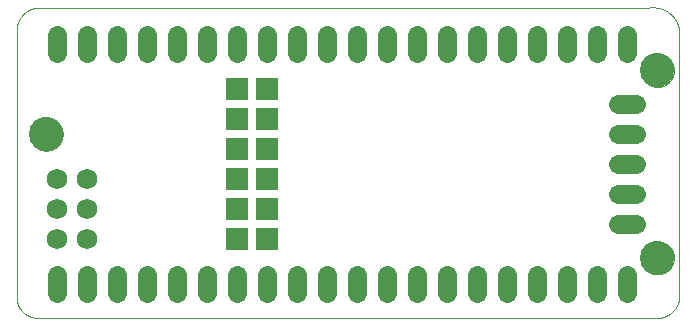
<source format=gbs>
G75*
%MOIN*%
%OFA0B0*%
%FSLAX25Y25*%
%IPPOS*%
%LPD*%
%AMOC8*
5,1,8,0,0,1.08239X$1,22.5*
%
%ADD10C,0.00039*%
%ADD11C,0.00000*%
%ADD12C,0.11424*%
%ADD13C,0.06400*%
%ADD14C,0.06800*%
%ADD15R,0.07400X0.07400*%
D10*
X0008864Y0047693D02*
X0213274Y0047693D01*
X0213458Y0047665D01*
X0213643Y0047641D01*
X0213828Y0047622D01*
X0214014Y0047608D01*
X0214200Y0047598D01*
X0214386Y0047592D01*
X0214573Y0047591D01*
X0214759Y0047595D01*
X0214945Y0047603D01*
X0215131Y0047615D01*
X0215317Y0047632D01*
X0215502Y0047653D01*
X0215686Y0047679D01*
X0215870Y0047709D01*
X0216053Y0047744D01*
X0216235Y0047783D01*
X0216416Y0047827D01*
X0216596Y0047875D01*
X0216775Y0047927D01*
X0216953Y0047984D01*
X0217129Y0048044D01*
X0217304Y0048109D01*
X0217476Y0048179D01*
X0217648Y0048252D01*
X0217817Y0048330D01*
X0217985Y0048411D01*
X0218150Y0048497D01*
X0218313Y0048587D01*
X0218475Y0048680D01*
X0218633Y0048777D01*
X0218790Y0048879D01*
X0218944Y0048984D01*
X0219095Y0049092D01*
X0219244Y0049205D01*
X0219390Y0049320D01*
X0219533Y0049440D01*
X0219673Y0049562D01*
X0219810Y0049689D01*
X0219944Y0049818D01*
X0220075Y0049950D01*
X0220203Y0050086D01*
X0220327Y0050225D01*
X0220448Y0050367D01*
X0220566Y0050511D01*
X0220680Y0050659D01*
X0220790Y0050809D01*
X0220897Y0050961D01*
X0221000Y0051117D01*
X0221099Y0051274D01*
X0221194Y0051434D01*
X0221286Y0051597D01*
X0221373Y0051761D01*
X0221457Y0051928D01*
X0221536Y0052096D01*
X0221612Y0052267D01*
X0221683Y0052439D01*
X0221750Y0052613D01*
X0221813Y0052788D01*
X0221872Y0052965D01*
X0221926Y0053143D01*
X0221976Y0053323D01*
X0222021Y0053503D01*
X0222063Y0053685D01*
X0222100Y0053868D01*
X0222132Y0054051D01*
X0222132Y0143510D01*
X0222099Y0143724D01*
X0222062Y0143937D01*
X0222018Y0144148D01*
X0221970Y0144359D01*
X0221917Y0144569D01*
X0221859Y0144777D01*
X0221795Y0144984D01*
X0221727Y0145189D01*
X0221654Y0145392D01*
X0221576Y0145594D01*
X0221493Y0145793D01*
X0221405Y0145991D01*
X0221312Y0146186D01*
X0221215Y0146379D01*
X0221113Y0146570D01*
X0221007Y0146758D01*
X0220896Y0146944D01*
X0220781Y0147126D01*
X0220661Y0147306D01*
X0220537Y0147483D01*
X0220408Y0147657D01*
X0220276Y0147828D01*
X0220139Y0147996D01*
X0219999Y0148160D01*
X0219854Y0148321D01*
X0219706Y0148478D01*
X0219554Y0148632D01*
X0219398Y0148781D01*
X0219238Y0148928D01*
X0219076Y0149070D01*
X0218909Y0149208D01*
X0218740Y0149342D01*
X0218567Y0149472D01*
X0218391Y0149598D01*
X0218212Y0149719D01*
X0218031Y0149837D01*
X0217846Y0149949D01*
X0217659Y0150058D01*
X0217469Y0150161D01*
X0217277Y0150260D01*
X0217083Y0150355D01*
X0216886Y0150444D01*
X0216687Y0150529D01*
X0216487Y0150609D01*
X0216284Y0150684D01*
X0216079Y0150755D01*
X0215873Y0150820D01*
X0215666Y0150880D01*
X0215457Y0150936D01*
X0215246Y0150986D01*
X0215035Y0151031D01*
X0214823Y0151071D01*
X0214609Y0151106D01*
X0214395Y0151135D01*
X0214180Y0151160D01*
X0213965Y0151179D01*
X0213749Y0151193D01*
X0213533Y0151202D01*
X0213317Y0151206D01*
X0213101Y0151204D01*
X0212885Y0151198D01*
X0212669Y0151186D01*
X0212453Y0151168D01*
X0212238Y0151146D01*
X0212024Y0151118D01*
X0008864Y0151118D01*
X0008680Y0151116D01*
X0008496Y0151109D01*
X0008313Y0151098D01*
X0008130Y0151082D01*
X0007947Y0151063D01*
X0007765Y0151038D01*
X0007583Y0151009D01*
X0007402Y0150976D01*
X0007222Y0150939D01*
X0007043Y0150897D01*
X0006865Y0150851D01*
X0006689Y0150800D01*
X0006513Y0150746D01*
X0006339Y0150687D01*
X0006166Y0150624D01*
X0005995Y0150556D01*
X0005826Y0150485D01*
X0005658Y0150410D01*
X0005492Y0150330D01*
X0005328Y0150247D01*
X0005167Y0150159D01*
X0005007Y0150068D01*
X0004850Y0149973D01*
X0004695Y0149874D01*
X0004542Y0149771D01*
X0004392Y0149665D01*
X0004245Y0149555D01*
X0004100Y0149442D01*
X0003958Y0149325D01*
X0003819Y0149205D01*
X0003683Y0149081D01*
X0003550Y0148954D01*
X0003420Y0148824D01*
X0003293Y0148691D01*
X0003169Y0148555D01*
X0003049Y0148416D01*
X0002932Y0148274D01*
X0002819Y0148129D01*
X0002709Y0147982D01*
X0002603Y0147832D01*
X0002500Y0147679D01*
X0002401Y0147524D01*
X0002306Y0147367D01*
X0002215Y0147207D01*
X0002127Y0147046D01*
X0002044Y0146882D01*
X0001964Y0146716D01*
X0001889Y0146548D01*
X0001818Y0146379D01*
X0001750Y0146208D01*
X0001687Y0146035D01*
X0001628Y0145861D01*
X0001574Y0145685D01*
X0001523Y0145509D01*
X0001477Y0145331D01*
X0001435Y0145152D01*
X0001398Y0144972D01*
X0001365Y0144791D01*
X0001336Y0144609D01*
X0001311Y0144427D01*
X0001292Y0144244D01*
X0001276Y0144061D01*
X0001265Y0143878D01*
X0001258Y0143694D01*
X0001256Y0143510D01*
X0001256Y0054051D01*
X0001273Y0053880D01*
X0001295Y0053709D01*
X0001321Y0053539D01*
X0001351Y0053370D01*
X0001385Y0053201D01*
X0001423Y0053033D01*
X0001466Y0052866D01*
X0001512Y0052701D01*
X0001563Y0052536D01*
X0001617Y0052373D01*
X0001676Y0052211D01*
X0001738Y0052051D01*
X0001804Y0051892D01*
X0001875Y0051735D01*
X0001949Y0051580D01*
X0002027Y0051426D01*
X0002108Y0051275D01*
X0002194Y0051125D01*
X0002283Y0050978D01*
X0002375Y0050833D01*
X0002471Y0050690D01*
X0002571Y0050550D01*
X0002674Y0050412D01*
X0002780Y0050277D01*
X0002890Y0050144D01*
X0003002Y0050014D01*
X0003118Y0049887D01*
X0003237Y0049763D01*
X0003360Y0049642D01*
X0003485Y0049523D01*
X0003612Y0049408D01*
X0003743Y0049296D01*
X0003877Y0049188D01*
X0004013Y0049082D01*
X0004151Y0048980D01*
X0004292Y0048882D01*
X0004435Y0048786D01*
X0004581Y0048695D01*
X0004729Y0048607D01*
X0004879Y0048523D01*
X0005031Y0048442D01*
X0005185Y0048365D01*
X0005341Y0048292D01*
X0005498Y0048223D01*
X0005658Y0048158D01*
X0005818Y0048096D01*
X0005981Y0048039D01*
X0006144Y0047985D01*
X0006309Y0047936D01*
X0006475Y0047891D01*
X0006642Y0047849D01*
X0006810Y0047812D01*
X0006979Y0047779D01*
X0007149Y0047750D01*
X0007319Y0047726D01*
X0007490Y0047705D01*
X0007661Y0047689D01*
X0007833Y0047677D01*
X0008004Y0047669D01*
X0008177Y0047665D01*
X0008349Y0047666D01*
X0008521Y0047671D01*
X0008692Y0047680D01*
X0008864Y0047693D01*
D11*
X0005588Y0108933D02*
X0005590Y0109081D01*
X0005596Y0109229D01*
X0005606Y0109377D01*
X0005620Y0109524D01*
X0005638Y0109671D01*
X0005659Y0109817D01*
X0005685Y0109963D01*
X0005715Y0110108D01*
X0005748Y0110252D01*
X0005786Y0110395D01*
X0005827Y0110537D01*
X0005872Y0110678D01*
X0005920Y0110818D01*
X0005973Y0110957D01*
X0006029Y0111094D01*
X0006089Y0111229D01*
X0006152Y0111363D01*
X0006219Y0111495D01*
X0006290Y0111625D01*
X0006364Y0111753D01*
X0006441Y0111879D01*
X0006522Y0112003D01*
X0006606Y0112125D01*
X0006693Y0112244D01*
X0006784Y0112361D01*
X0006878Y0112476D01*
X0006974Y0112588D01*
X0007074Y0112698D01*
X0007176Y0112804D01*
X0007282Y0112908D01*
X0007390Y0113009D01*
X0007501Y0113107D01*
X0007614Y0113203D01*
X0007730Y0113295D01*
X0007848Y0113384D01*
X0007969Y0113469D01*
X0008092Y0113552D01*
X0008217Y0113631D01*
X0008344Y0113707D01*
X0008473Y0113779D01*
X0008604Y0113848D01*
X0008737Y0113913D01*
X0008872Y0113974D01*
X0009008Y0114032D01*
X0009145Y0114087D01*
X0009284Y0114137D01*
X0009425Y0114184D01*
X0009566Y0114227D01*
X0009709Y0114267D01*
X0009853Y0114302D01*
X0009997Y0114334D01*
X0010143Y0114361D01*
X0010289Y0114385D01*
X0010436Y0114405D01*
X0010583Y0114421D01*
X0010730Y0114433D01*
X0010878Y0114441D01*
X0011026Y0114445D01*
X0011174Y0114445D01*
X0011322Y0114441D01*
X0011470Y0114433D01*
X0011617Y0114421D01*
X0011764Y0114405D01*
X0011911Y0114385D01*
X0012057Y0114361D01*
X0012203Y0114334D01*
X0012347Y0114302D01*
X0012491Y0114267D01*
X0012634Y0114227D01*
X0012775Y0114184D01*
X0012916Y0114137D01*
X0013055Y0114087D01*
X0013192Y0114032D01*
X0013328Y0113974D01*
X0013463Y0113913D01*
X0013596Y0113848D01*
X0013727Y0113779D01*
X0013856Y0113707D01*
X0013983Y0113631D01*
X0014108Y0113552D01*
X0014231Y0113469D01*
X0014352Y0113384D01*
X0014470Y0113295D01*
X0014586Y0113203D01*
X0014699Y0113107D01*
X0014810Y0113009D01*
X0014918Y0112908D01*
X0015024Y0112804D01*
X0015126Y0112698D01*
X0015226Y0112588D01*
X0015322Y0112476D01*
X0015416Y0112361D01*
X0015507Y0112244D01*
X0015594Y0112125D01*
X0015678Y0112003D01*
X0015759Y0111879D01*
X0015836Y0111753D01*
X0015910Y0111625D01*
X0015981Y0111495D01*
X0016048Y0111363D01*
X0016111Y0111229D01*
X0016171Y0111094D01*
X0016227Y0110957D01*
X0016280Y0110818D01*
X0016328Y0110678D01*
X0016373Y0110537D01*
X0016414Y0110395D01*
X0016452Y0110252D01*
X0016485Y0110108D01*
X0016515Y0109963D01*
X0016541Y0109817D01*
X0016562Y0109671D01*
X0016580Y0109524D01*
X0016594Y0109377D01*
X0016604Y0109229D01*
X0016610Y0109081D01*
X0016612Y0108933D01*
X0016610Y0108785D01*
X0016604Y0108637D01*
X0016594Y0108489D01*
X0016580Y0108342D01*
X0016562Y0108195D01*
X0016541Y0108049D01*
X0016515Y0107903D01*
X0016485Y0107758D01*
X0016452Y0107614D01*
X0016414Y0107471D01*
X0016373Y0107329D01*
X0016328Y0107188D01*
X0016280Y0107048D01*
X0016227Y0106909D01*
X0016171Y0106772D01*
X0016111Y0106637D01*
X0016048Y0106503D01*
X0015981Y0106371D01*
X0015910Y0106241D01*
X0015836Y0106113D01*
X0015759Y0105987D01*
X0015678Y0105863D01*
X0015594Y0105741D01*
X0015507Y0105622D01*
X0015416Y0105505D01*
X0015322Y0105390D01*
X0015226Y0105278D01*
X0015126Y0105168D01*
X0015024Y0105062D01*
X0014918Y0104958D01*
X0014810Y0104857D01*
X0014699Y0104759D01*
X0014586Y0104663D01*
X0014470Y0104571D01*
X0014352Y0104482D01*
X0014231Y0104397D01*
X0014108Y0104314D01*
X0013983Y0104235D01*
X0013856Y0104159D01*
X0013727Y0104087D01*
X0013596Y0104018D01*
X0013463Y0103953D01*
X0013328Y0103892D01*
X0013192Y0103834D01*
X0013055Y0103779D01*
X0012916Y0103729D01*
X0012775Y0103682D01*
X0012634Y0103639D01*
X0012491Y0103599D01*
X0012347Y0103564D01*
X0012203Y0103532D01*
X0012057Y0103505D01*
X0011911Y0103481D01*
X0011764Y0103461D01*
X0011617Y0103445D01*
X0011470Y0103433D01*
X0011322Y0103425D01*
X0011174Y0103421D01*
X0011026Y0103421D01*
X0010878Y0103425D01*
X0010730Y0103433D01*
X0010583Y0103445D01*
X0010436Y0103461D01*
X0010289Y0103481D01*
X0010143Y0103505D01*
X0009997Y0103532D01*
X0009853Y0103564D01*
X0009709Y0103599D01*
X0009566Y0103639D01*
X0009425Y0103682D01*
X0009284Y0103729D01*
X0009145Y0103779D01*
X0009008Y0103834D01*
X0008872Y0103892D01*
X0008737Y0103953D01*
X0008604Y0104018D01*
X0008473Y0104087D01*
X0008344Y0104159D01*
X0008217Y0104235D01*
X0008092Y0104314D01*
X0007969Y0104397D01*
X0007848Y0104482D01*
X0007730Y0104571D01*
X0007614Y0104663D01*
X0007501Y0104759D01*
X0007390Y0104857D01*
X0007282Y0104958D01*
X0007176Y0105062D01*
X0007074Y0105168D01*
X0006974Y0105278D01*
X0006878Y0105390D01*
X0006784Y0105505D01*
X0006693Y0105622D01*
X0006606Y0105741D01*
X0006522Y0105863D01*
X0006441Y0105987D01*
X0006364Y0106113D01*
X0006290Y0106241D01*
X0006219Y0106371D01*
X0006152Y0106503D01*
X0006089Y0106637D01*
X0006029Y0106772D01*
X0005973Y0106909D01*
X0005920Y0107048D01*
X0005872Y0107188D01*
X0005827Y0107329D01*
X0005786Y0107471D01*
X0005748Y0107614D01*
X0005715Y0107758D01*
X0005685Y0107903D01*
X0005659Y0108049D01*
X0005638Y0108195D01*
X0005620Y0108342D01*
X0005606Y0108489D01*
X0005596Y0108637D01*
X0005590Y0108785D01*
X0005588Y0108933D01*
X0209338Y0130183D02*
X0209340Y0130331D01*
X0209346Y0130479D01*
X0209356Y0130627D01*
X0209370Y0130774D01*
X0209388Y0130921D01*
X0209409Y0131067D01*
X0209435Y0131213D01*
X0209465Y0131358D01*
X0209498Y0131502D01*
X0209536Y0131645D01*
X0209577Y0131787D01*
X0209622Y0131928D01*
X0209670Y0132068D01*
X0209723Y0132207D01*
X0209779Y0132344D01*
X0209839Y0132479D01*
X0209902Y0132613D01*
X0209969Y0132745D01*
X0210040Y0132875D01*
X0210114Y0133003D01*
X0210191Y0133129D01*
X0210272Y0133253D01*
X0210356Y0133375D01*
X0210443Y0133494D01*
X0210534Y0133611D01*
X0210628Y0133726D01*
X0210724Y0133838D01*
X0210824Y0133948D01*
X0210926Y0134054D01*
X0211032Y0134158D01*
X0211140Y0134259D01*
X0211251Y0134357D01*
X0211364Y0134453D01*
X0211480Y0134545D01*
X0211598Y0134634D01*
X0211719Y0134719D01*
X0211842Y0134802D01*
X0211967Y0134881D01*
X0212094Y0134957D01*
X0212223Y0135029D01*
X0212354Y0135098D01*
X0212487Y0135163D01*
X0212622Y0135224D01*
X0212758Y0135282D01*
X0212895Y0135337D01*
X0213034Y0135387D01*
X0213175Y0135434D01*
X0213316Y0135477D01*
X0213459Y0135517D01*
X0213603Y0135552D01*
X0213747Y0135584D01*
X0213893Y0135611D01*
X0214039Y0135635D01*
X0214186Y0135655D01*
X0214333Y0135671D01*
X0214480Y0135683D01*
X0214628Y0135691D01*
X0214776Y0135695D01*
X0214924Y0135695D01*
X0215072Y0135691D01*
X0215220Y0135683D01*
X0215367Y0135671D01*
X0215514Y0135655D01*
X0215661Y0135635D01*
X0215807Y0135611D01*
X0215953Y0135584D01*
X0216097Y0135552D01*
X0216241Y0135517D01*
X0216384Y0135477D01*
X0216525Y0135434D01*
X0216666Y0135387D01*
X0216805Y0135337D01*
X0216942Y0135282D01*
X0217078Y0135224D01*
X0217213Y0135163D01*
X0217346Y0135098D01*
X0217477Y0135029D01*
X0217606Y0134957D01*
X0217733Y0134881D01*
X0217858Y0134802D01*
X0217981Y0134719D01*
X0218102Y0134634D01*
X0218220Y0134545D01*
X0218336Y0134453D01*
X0218449Y0134357D01*
X0218560Y0134259D01*
X0218668Y0134158D01*
X0218774Y0134054D01*
X0218876Y0133948D01*
X0218976Y0133838D01*
X0219072Y0133726D01*
X0219166Y0133611D01*
X0219257Y0133494D01*
X0219344Y0133375D01*
X0219428Y0133253D01*
X0219509Y0133129D01*
X0219586Y0133003D01*
X0219660Y0132875D01*
X0219731Y0132745D01*
X0219798Y0132613D01*
X0219861Y0132479D01*
X0219921Y0132344D01*
X0219977Y0132207D01*
X0220030Y0132068D01*
X0220078Y0131928D01*
X0220123Y0131787D01*
X0220164Y0131645D01*
X0220202Y0131502D01*
X0220235Y0131358D01*
X0220265Y0131213D01*
X0220291Y0131067D01*
X0220312Y0130921D01*
X0220330Y0130774D01*
X0220344Y0130627D01*
X0220354Y0130479D01*
X0220360Y0130331D01*
X0220362Y0130183D01*
X0220360Y0130035D01*
X0220354Y0129887D01*
X0220344Y0129739D01*
X0220330Y0129592D01*
X0220312Y0129445D01*
X0220291Y0129299D01*
X0220265Y0129153D01*
X0220235Y0129008D01*
X0220202Y0128864D01*
X0220164Y0128721D01*
X0220123Y0128579D01*
X0220078Y0128438D01*
X0220030Y0128298D01*
X0219977Y0128159D01*
X0219921Y0128022D01*
X0219861Y0127887D01*
X0219798Y0127753D01*
X0219731Y0127621D01*
X0219660Y0127491D01*
X0219586Y0127363D01*
X0219509Y0127237D01*
X0219428Y0127113D01*
X0219344Y0126991D01*
X0219257Y0126872D01*
X0219166Y0126755D01*
X0219072Y0126640D01*
X0218976Y0126528D01*
X0218876Y0126418D01*
X0218774Y0126312D01*
X0218668Y0126208D01*
X0218560Y0126107D01*
X0218449Y0126009D01*
X0218336Y0125913D01*
X0218220Y0125821D01*
X0218102Y0125732D01*
X0217981Y0125647D01*
X0217858Y0125564D01*
X0217733Y0125485D01*
X0217606Y0125409D01*
X0217477Y0125337D01*
X0217346Y0125268D01*
X0217213Y0125203D01*
X0217078Y0125142D01*
X0216942Y0125084D01*
X0216805Y0125029D01*
X0216666Y0124979D01*
X0216525Y0124932D01*
X0216384Y0124889D01*
X0216241Y0124849D01*
X0216097Y0124814D01*
X0215953Y0124782D01*
X0215807Y0124755D01*
X0215661Y0124731D01*
X0215514Y0124711D01*
X0215367Y0124695D01*
X0215220Y0124683D01*
X0215072Y0124675D01*
X0214924Y0124671D01*
X0214776Y0124671D01*
X0214628Y0124675D01*
X0214480Y0124683D01*
X0214333Y0124695D01*
X0214186Y0124711D01*
X0214039Y0124731D01*
X0213893Y0124755D01*
X0213747Y0124782D01*
X0213603Y0124814D01*
X0213459Y0124849D01*
X0213316Y0124889D01*
X0213175Y0124932D01*
X0213034Y0124979D01*
X0212895Y0125029D01*
X0212758Y0125084D01*
X0212622Y0125142D01*
X0212487Y0125203D01*
X0212354Y0125268D01*
X0212223Y0125337D01*
X0212094Y0125409D01*
X0211967Y0125485D01*
X0211842Y0125564D01*
X0211719Y0125647D01*
X0211598Y0125732D01*
X0211480Y0125821D01*
X0211364Y0125913D01*
X0211251Y0126009D01*
X0211140Y0126107D01*
X0211032Y0126208D01*
X0210926Y0126312D01*
X0210824Y0126418D01*
X0210724Y0126528D01*
X0210628Y0126640D01*
X0210534Y0126755D01*
X0210443Y0126872D01*
X0210356Y0126991D01*
X0210272Y0127113D01*
X0210191Y0127237D01*
X0210114Y0127363D01*
X0210040Y0127491D01*
X0209969Y0127621D01*
X0209902Y0127753D01*
X0209839Y0127887D01*
X0209779Y0128022D01*
X0209723Y0128159D01*
X0209670Y0128298D01*
X0209622Y0128438D01*
X0209577Y0128579D01*
X0209536Y0128721D01*
X0209498Y0128864D01*
X0209465Y0129008D01*
X0209435Y0129153D01*
X0209409Y0129299D01*
X0209388Y0129445D01*
X0209370Y0129592D01*
X0209356Y0129739D01*
X0209346Y0129887D01*
X0209340Y0130035D01*
X0209338Y0130183D01*
X0209338Y0067683D02*
X0209340Y0067831D01*
X0209346Y0067979D01*
X0209356Y0068127D01*
X0209370Y0068274D01*
X0209388Y0068421D01*
X0209409Y0068567D01*
X0209435Y0068713D01*
X0209465Y0068858D01*
X0209498Y0069002D01*
X0209536Y0069145D01*
X0209577Y0069287D01*
X0209622Y0069428D01*
X0209670Y0069568D01*
X0209723Y0069707D01*
X0209779Y0069844D01*
X0209839Y0069979D01*
X0209902Y0070113D01*
X0209969Y0070245D01*
X0210040Y0070375D01*
X0210114Y0070503D01*
X0210191Y0070629D01*
X0210272Y0070753D01*
X0210356Y0070875D01*
X0210443Y0070994D01*
X0210534Y0071111D01*
X0210628Y0071226D01*
X0210724Y0071338D01*
X0210824Y0071448D01*
X0210926Y0071554D01*
X0211032Y0071658D01*
X0211140Y0071759D01*
X0211251Y0071857D01*
X0211364Y0071953D01*
X0211480Y0072045D01*
X0211598Y0072134D01*
X0211719Y0072219D01*
X0211842Y0072302D01*
X0211967Y0072381D01*
X0212094Y0072457D01*
X0212223Y0072529D01*
X0212354Y0072598D01*
X0212487Y0072663D01*
X0212622Y0072724D01*
X0212758Y0072782D01*
X0212895Y0072837D01*
X0213034Y0072887D01*
X0213175Y0072934D01*
X0213316Y0072977D01*
X0213459Y0073017D01*
X0213603Y0073052D01*
X0213747Y0073084D01*
X0213893Y0073111D01*
X0214039Y0073135D01*
X0214186Y0073155D01*
X0214333Y0073171D01*
X0214480Y0073183D01*
X0214628Y0073191D01*
X0214776Y0073195D01*
X0214924Y0073195D01*
X0215072Y0073191D01*
X0215220Y0073183D01*
X0215367Y0073171D01*
X0215514Y0073155D01*
X0215661Y0073135D01*
X0215807Y0073111D01*
X0215953Y0073084D01*
X0216097Y0073052D01*
X0216241Y0073017D01*
X0216384Y0072977D01*
X0216525Y0072934D01*
X0216666Y0072887D01*
X0216805Y0072837D01*
X0216942Y0072782D01*
X0217078Y0072724D01*
X0217213Y0072663D01*
X0217346Y0072598D01*
X0217477Y0072529D01*
X0217606Y0072457D01*
X0217733Y0072381D01*
X0217858Y0072302D01*
X0217981Y0072219D01*
X0218102Y0072134D01*
X0218220Y0072045D01*
X0218336Y0071953D01*
X0218449Y0071857D01*
X0218560Y0071759D01*
X0218668Y0071658D01*
X0218774Y0071554D01*
X0218876Y0071448D01*
X0218976Y0071338D01*
X0219072Y0071226D01*
X0219166Y0071111D01*
X0219257Y0070994D01*
X0219344Y0070875D01*
X0219428Y0070753D01*
X0219509Y0070629D01*
X0219586Y0070503D01*
X0219660Y0070375D01*
X0219731Y0070245D01*
X0219798Y0070113D01*
X0219861Y0069979D01*
X0219921Y0069844D01*
X0219977Y0069707D01*
X0220030Y0069568D01*
X0220078Y0069428D01*
X0220123Y0069287D01*
X0220164Y0069145D01*
X0220202Y0069002D01*
X0220235Y0068858D01*
X0220265Y0068713D01*
X0220291Y0068567D01*
X0220312Y0068421D01*
X0220330Y0068274D01*
X0220344Y0068127D01*
X0220354Y0067979D01*
X0220360Y0067831D01*
X0220362Y0067683D01*
X0220360Y0067535D01*
X0220354Y0067387D01*
X0220344Y0067239D01*
X0220330Y0067092D01*
X0220312Y0066945D01*
X0220291Y0066799D01*
X0220265Y0066653D01*
X0220235Y0066508D01*
X0220202Y0066364D01*
X0220164Y0066221D01*
X0220123Y0066079D01*
X0220078Y0065938D01*
X0220030Y0065798D01*
X0219977Y0065659D01*
X0219921Y0065522D01*
X0219861Y0065387D01*
X0219798Y0065253D01*
X0219731Y0065121D01*
X0219660Y0064991D01*
X0219586Y0064863D01*
X0219509Y0064737D01*
X0219428Y0064613D01*
X0219344Y0064491D01*
X0219257Y0064372D01*
X0219166Y0064255D01*
X0219072Y0064140D01*
X0218976Y0064028D01*
X0218876Y0063918D01*
X0218774Y0063812D01*
X0218668Y0063708D01*
X0218560Y0063607D01*
X0218449Y0063509D01*
X0218336Y0063413D01*
X0218220Y0063321D01*
X0218102Y0063232D01*
X0217981Y0063147D01*
X0217858Y0063064D01*
X0217733Y0062985D01*
X0217606Y0062909D01*
X0217477Y0062837D01*
X0217346Y0062768D01*
X0217213Y0062703D01*
X0217078Y0062642D01*
X0216942Y0062584D01*
X0216805Y0062529D01*
X0216666Y0062479D01*
X0216525Y0062432D01*
X0216384Y0062389D01*
X0216241Y0062349D01*
X0216097Y0062314D01*
X0215953Y0062282D01*
X0215807Y0062255D01*
X0215661Y0062231D01*
X0215514Y0062211D01*
X0215367Y0062195D01*
X0215220Y0062183D01*
X0215072Y0062175D01*
X0214924Y0062171D01*
X0214776Y0062171D01*
X0214628Y0062175D01*
X0214480Y0062183D01*
X0214333Y0062195D01*
X0214186Y0062211D01*
X0214039Y0062231D01*
X0213893Y0062255D01*
X0213747Y0062282D01*
X0213603Y0062314D01*
X0213459Y0062349D01*
X0213316Y0062389D01*
X0213175Y0062432D01*
X0213034Y0062479D01*
X0212895Y0062529D01*
X0212758Y0062584D01*
X0212622Y0062642D01*
X0212487Y0062703D01*
X0212354Y0062768D01*
X0212223Y0062837D01*
X0212094Y0062909D01*
X0211967Y0062985D01*
X0211842Y0063064D01*
X0211719Y0063147D01*
X0211598Y0063232D01*
X0211480Y0063321D01*
X0211364Y0063413D01*
X0211251Y0063509D01*
X0211140Y0063607D01*
X0211032Y0063708D01*
X0210926Y0063812D01*
X0210824Y0063918D01*
X0210724Y0064028D01*
X0210628Y0064140D01*
X0210534Y0064255D01*
X0210443Y0064372D01*
X0210356Y0064491D01*
X0210272Y0064613D01*
X0210191Y0064737D01*
X0210114Y0064863D01*
X0210040Y0064991D01*
X0209969Y0065121D01*
X0209902Y0065253D01*
X0209839Y0065387D01*
X0209779Y0065522D01*
X0209723Y0065659D01*
X0209670Y0065798D01*
X0209622Y0065938D01*
X0209577Y0066079D01*
X0209536Y0066221D01*
X0209498Y0066364D01*
X0209465Y0066508D01*
X0209435Y0066653D01*
X0209409Y0066799D01*
X0209388Y0066945D01*
X0209370Y0067092D01*
X0209356Y0067239D01*
X0209346Y0067387D01*
X0209340Y0067535D01*
X0209338Y0067683D01*
D12*
X0214850Y0067683D03*
X0214850Y0130183D03*
X0011100Y0108933D03*
D13*
X0014850Y0135933D02*
X0014850Y0141933D01*
X0024850Y0141933D02*
X0024850Y0135933D01*
X0034850Y0135933D02*
X0034850Y0141933D01*
X0044850Y0141933D02*
X0044850Y0135933D01*
X0054850Y0135933D02*
X0054850Y0141933D01*
X0064850Y0141933D02*
X0064850Y0135933D01*
X0074850Y0135933D02*
X0074850Y0141933D01*
X0084850Y0141933D02*
X0084850Y0135933D01*
X0094850Y0135933D02*
X0094850Y0141933D01*
X0104850Y0141933D02*
X0104850Y0135933D01*
X0114850Y0135933D02*
X0114850Y0141933D01*
X0124850Y0141933D02*
X0124850Y0135933D01*
X0134850Y0135933D02*
X0134850Y0141933D01*
X0144850Y0141933D02*
X0144850Y0135933D01*
X0154850Y0135933D02*
X0154850Y0141933D01*
X0164850Y0141933D02*
X0164850Y0135933D01*
X0174850Y0135933D02*
X0174850Y0141933D01*
X0184850Y0141933D02*
X0184850Y0135933D01*
X0194850Y0135933D02*
X0194850Y0141933D01*
X0204850Y0141933D02*
X0204850Y0135933D01*
X0207850Y0118933D02*
X0201850Y0118933D01*
X0201850Y0108933D02*
X0207850Y0108933D01*
X0207850Y0098933D02*
X0201850Y0098933D01*
X0201850Y0088933D02*
X0207850Y0088933D01*
X0207850Y0078933D02*
X0201850Y0078933D01*
X0204850Y0061933D02*
X0204850Y0055933D01*
X0194850Y0055933D02*
X0194850Y0061933D01*
X0184850Y0061933D02*
X0184850Y0055933D01*
X0174850Y0055933D02*
X0174850Y0061933D01*
X0164850Y0061933D02*
X0164850Y0055933D01*
X0154850Y0055933D02*
X0154850Y0061933D01*
X0144850Y0061933D02*
X0144850Y0055933D01*
X0134850Y0055933D02*
X0134850Y0061933D01*
X0124850Y0061933D02*
X0124850Y0055933D01*
X0114850Y0055933D02*
X0114850Y0061933D01*
X0104850Y0061933D02*
X0104850Y0055933D01*
X0094850Y0055933D02*
X0094850Y0061933D01*
X0084850Y0061933D02*
X0084850Y0055933D01*
X0074850Y0055933D02*
X0074850Y0061933D01*
X0064850Y0061933D02*
X0064850Y0055933D01*
X0054850Y0055933D02*
X0054850Y0061933D01*
X0044850Y0061933D02*
X0044850Y0055933D01*
X0034850Y0055933D02*
X0034850Y0061933D01*
X0024850Y0061933D02*
X0024850Y0055933D01*
X0014850Y0055933D02*
X0014850Y0061933D01*
D14*
X0014850Y0073933D03*
X0024850Y0073933D03*
X0024850Y0083933D03*
X0014850Y0083933D03*
X0014850Y0093933D03*
X0024850Y0093933D03*
D15*
X0074850Y0093933D03*
X0084850Y0093933D03*
X0084850Y0103933D03*
X0074850Y0103933D03*
X0074850Y0113933D03*
X0084850Y0113933D03*
X0084850Y0123933D03*
X0074850Y0123933D03*
X0074850Y0083933D03*
X0084850Y0083933D03*
X0084850Y0073933D03*
X0074850Y0073933D03*
M02*

</source>
